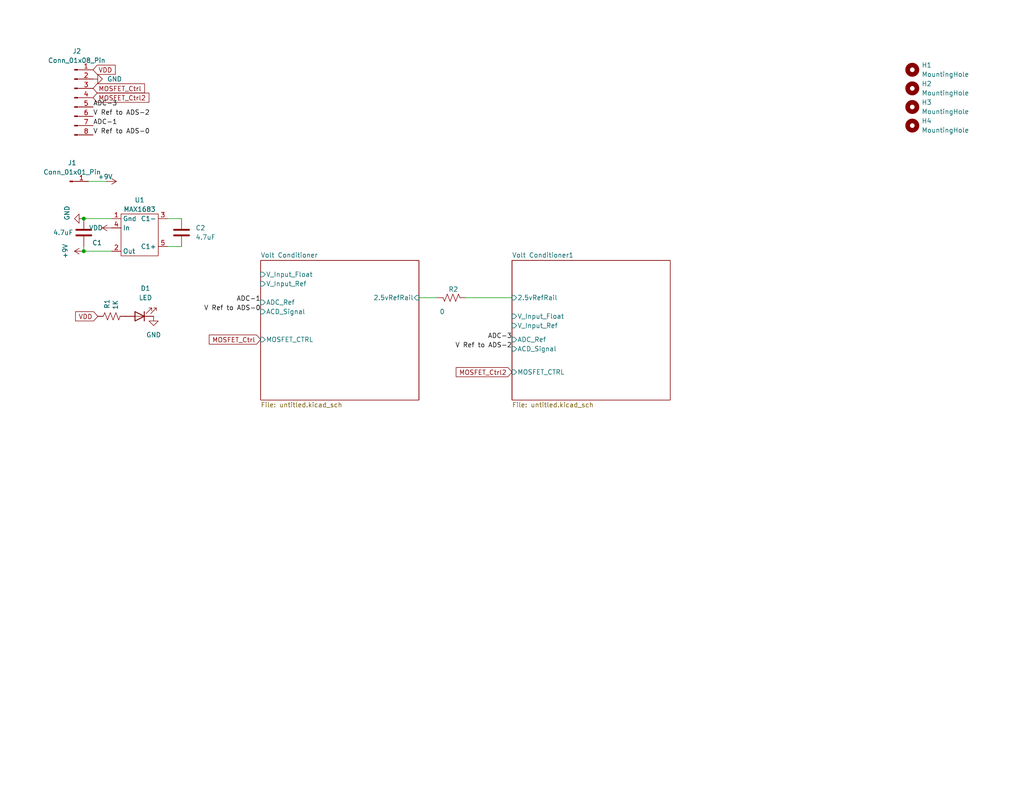
<source format=kicad_sch>
(kicad_sch (version 20250114) (generator "eeschema") (generator_version "9.0")
  (paper "USLetter")
  (title_block (title "Arduino Uno DMM Shield") (date "2025-02-22") (rev "1A") (company "Nick Mann"))
  (lib_symbols
    (symbol "Connector:Conn_01x01_Pin" (pin_names (offset 1.016) (hide yes))
      (property "Reference" "J" (at 0 2.54 0))
      (property "Value" "Conn_01x01_Pin" (at 0 -2.54 0))
      (symbol "Conn_01x01_Pin_1_1"
        (rectangle (start 0.8636 0.127) (end 0 -0.127) (stroke (width 0.1524)) (fill (type outline)))
        (polyline (pts (xy 1.27 0) (xy 0.8636 0)) (stroke (width 0.1524)))
        (pin passive line (at 5.08 0 180) (length 3.81) (name "Pin_1") (number "1"))
      )
    )
    (symbol "Connector:Conn_01x08_Pin" (pin_names (offset 1.016) (hide yes))
      (property "Reference" "J" (at 0 10.16 0))
      (property "Value" "Conn_01x08_Pin" (at 0 -12.7 0))
      (symbol "Conn_01x08_Pin_1_1"
        (rectangle (start 0.8636 7.747) (end 0 7.493) (stroke (width 0.1524)) (fill (type outline)))
        (rectangle (start 0.8636 5.207) (end 0 4.953) (stroke (width 0.1524)) (fill (type outline)))
        (rectangle (start 0.8636 2.667) (end 0 2.413) (stroke (width 0.1524)) (fill (type outline)))
        (rectangle (start 0.8636 0.127) (end 0 -0.127) (stroke (width 0.1524)) (fill (type outline)))
        (rectangle (start 0.8636 -2.413) (end 0 -2.667) (stroke (width 0.1524)) (fill (type outline)))
        (rectangle (start 0.8636 -4.953) (end 0 -5.207) (stroke (width 0.1524)) (fill (type outline)))
        (rectangle (start 0.8636 -7.493) (end 0 -7.747) (stroke (width 0.1524)) (fill (type outline)))
        (rectangle (start 0.8636 -10.033) (end 0 -10.287) (stroke (width 0.1524)) (fill (type outline)))
        (polyline (pts (xy 1.27 7.62) (xy 0.8636 7.62)) (stroke (width 0.1524)))
        (polyline (pts (xy 1.27 5.08) (xy 0.8636 5.08)) (stroke (width 0.1524)))
        (polyline (pts (xy 1.27 2.54) (xy 0.8636 2.54)) (stroke (width 0.1524)))
        (polyline (pts (xy 1.27 0) (xy 0.8636 0)) (stroke (width 0.1524)))
        (polyline (pts (xy 1.27 -2.54) (xy 0.8636 -2.54)) (stroke (width 0.1524)))
        (polyline (pts (xy 1.27 -5.08) (xy 0.8636 -5.08)) (stroke (width 0.1524)))
        (polyline (pts (xy 1.27 -7.62) (xy 0.8636 -7.62)) (stroke (width 0.1524)))
        (polyline (pts (xy 1.27 -10.16) (xy 0.8636 -10.16)) (stroke (width 0.1524)))
        (pin passive line (at 5.08 7.62 180) (length 3.81) (name "Pin_1") (number "1"))
        (pin passive line (at 5.08 5.08 180) (length 3.81) (name "Pin_2") (number "2"))
        (pin passive line (at 5.08 2.54 180) (length 3.81) (name "Pin_3") (number "3"))
        (pin passive line (at 5.08 0 180) (length 3.81) (name "Pin_4") (number "4"))
        (pin passive line (at 5.08 -2.54 180) (length 3.81) (name "Pin_5") (number "5"))
        (pin passive line (at 5.08 -5.08 180) (length 3.81) (name "Pin_6") (number "6"))
        (pin passive line (at 5.08 -7.62 180) (length 3.81) (name "Pin_7") (number "7"))
        (pin passive line (at 5.08 -10.16 180) (length 3.81) (name "Pin_8") (number "8"))
      )
    )
    (symbol "Device:C" (pin_numbers (hide yes)) (pin_names (offset 0.254))
      (property "Reference" "C" (at 0.635 2.54 0))
      (property "Value" "C" (at 0.635 -2.54 0))
      (symbol "C_0_1"
        (polyline (pts (xy -2.032 0.762) (xy 2.032 0.762)) (stroke (width 0.508)))
        (polyline (pts (xy -2.032 -0.762) (xy 2.032 -0.762)) (stroke (width 0.508)))
      )
      (symbol "C_1_1"
        (pin passive line (at 0 3.81 270) (length 2.794) (name "~") (number "1"))
        (pin passive line (at 0 -3.81 90) (length 2.794) (name "~") (number "2"))
      )
    )
    (symbol "Device:LED" (pin_numbers (hide yes)) (pin_names (offset 1.016) (hide yes))
      (property "Reference" "D" (at 0 2.54 0))
      (property "Value" "LED" (at 0 -2.54 0))
      (symbol "LED_0_1"
        (polyline (pts (xy -3.048 -0.762) (xy -4.572 -2.286) (xy -3.81 -2.286) (xy -4.572 -2.286) (xy -4.572 -1.524)))
        (polyline (pts (xy -1.778 -0.762) (xy -3.302 -2.286) (xy -2.54 -2.286) (xy -3.302 -2.286) (xy -3.302 -1.524)))
        (polyline (pts (xy -1.27 0) (xy 1.27 0)))
        (polyline (pts (xy -1.27 -1.27) (xy -1.27 1.27)) (stroke (width 0.254)))
        (polyline (pts (xy 1.27 -1.27) (xy 1.27 1.27) (xy -1.27 0) (xy 1.27 -1.27)) (stroke (width 0.254)))
      )
      (symbol "LED_1_1"
        (pin passive line (at -3.81 0 0) (length 2.54) (name "K") (number "1"))
        (pin passive line (at 3.81 0 180) (length 2.54) (name "A") (number "2"))
      )
    )
    (symbol "Device:R_US" (pin_numbers (hide yes)) (pin_names (offset 0))
      (property "Reference" "R" (at 2.54 0 90))
      (property "Value" "R_US" (at -2.54 0 90))
      (symbol "R_US_0_1"
        (polyline (pts (xy 0 2.286) (xy 0 2.54)))
        (polyline (pts (xy 0 2.286) (xy 1.016 1.905) (xy 0 1.524) (xy -1.016 1.143) (xy 0 0.762)))
        (polyline (pts (xy 0 0.762) (xy 1.016 0.381) (xy 0 0) (xy -1.016 -0.381) (xy 0 -0.762)))
        (polyline (pts (xy 0 -0.762) (xy 1.016 -1.143) (xy 0 -1.524) (xy -1.016 -1.905) (xy 0 -2.286)))
        (polyline (pts (xy 0 -2.286) (xy 0 -2.54)))
      )
      (symbol "R_US_1_1"
        (pin passive line (at 0 3.81 270) (length 1.27) (name "~") (number "1"))
        (pin passive line (at 0 -3.81 90) (length 1.27) (name "~") (number "2"))
      )
    )
    (symbol "MIC4801:MAX1683"
      (property "Reference" "U" (at 0 0 0))
      (symbol "MAX1683_0_1"
        (rectangle (start 1.27 6.35) (end 11.43 -5.08))
      )
      (symbol "MAX1683_1_1"
        (pin input line (at -1.27 5.08 0) (length 2.54) (name "Gnd") (number "1"))
        (pin input line (at -1.27 2.54 0) (length 2.54) (name "In") (number "4"))
        (pin output line (at -1.27 -3.81 0) (length 2.54) (name "Out") (number "2"))
        (pin output line (at 13.97 5.08 180) (length 2.54) (name "C1-") (number "3"))
        (pin output line (at 13.97 -2.54 180) (length 2.54) (name "C1+") (number "5"))
      )
    )
    (symbol "Mechanical:MountingHole" (pin_names (offset 1.016)) (in_bom no)
      (property "Reference" "H" (at 0 5.08 0))
      (property "Value" "MountingHole" (at 0 3.175 0))
      (symbol "MountingHole_0_1"
        (circle (center 0 0) (radius 1.27) (stroke (width 1.27)))
      )
    )
    (symbol "power:+5V" (power) (pin_names (offset 0))
      (property "Value" "+5V" (at 0 3.556 0))
      (symbol "+5V_0_1"
        (polyline (pts (xy -0.762 1.27) (xy 0 2.54)))
        (polyline (pts (xy 0 2.54) (xy 0.762 1.27)))
        (polyline (pts (xy 0 0) (xy 0 2.54)))
      )
      (symbol "+5V_1_1"
        (pin power_in line (at 0 0 90) (length 0) (hide yes) (name "+5V") (number "1"))
      )
    )
    (symbol "power:+9V" (power) (pin_numbers (hide yes)) (pin_names (offset 0) (hide yes))
      (property "Value" "+9V" (at 0 3.556 0))
      (symbol "+9V_0_1"
        (polyline (pts (xy -0.762 1.27) (xy 0 2.54)))
        (polyline (pts (xy 0 2.54) (xy 0.762 1.27)))
        (polyline (pts (xy 0 0) (xy 0 2.54)))
      )
      (symbol "+9V_1_1"
        (pin power_in line (at 0 0 90) (length 0) (name "~") (number "1"))
      )
    )
    (symbol "power:GND" (power) (pin_names (offset 0))
      (property "Value" "GND" (at 0 -3.81 0))
      (symbol "GND_0_1"
        (polyline (pts (xy 0 0) (xy 0 -1.27) (xy 1.27 -1.27) (xy 0 -2.54) (xy -1.27 -1.27) (xy 0 -1.27)))
      )
      (symbol "GND_1_1"
        (pin power_in line (at 0 0 270) (length 0) (hide yes) (name "GND") (number "1"))
      )
    )
  )
  (junction (at 22.86 68.58))
  (junction (at 22.86 59.69))
  (wire (pts (xy 22.86 59.69) (xy 30.48 59.69)))
  (wire (pts (xy 127 81.28) (xy 139.7 81.28)))
  (wire (pts (xy 114.3 81.28) (xy 119.38 81.28)))
  (wire (pts (xy 22.86 67.31) (xy 22.86 68.58)))
  (wire (pts (xy 45.72 59.69) (xy 49.53 59.69)))
  (wire (pts (xy 22.86 68.58) (xy 30.48 68.58)))
  (wire (pts (xy 45.72 67.31) (xy 49.53 67.31)))
  (wire (pts (xy 29.21 49.53) (xy 24.13 49.53)))
  (label "V Ref to ADS-2" (at 139.7 95.25 180))
  (label "ADC-1" (at 25.4 34.29 0))
  (label "ADC-3" (at 139.7 92.71 180))
  (label "V Ref to ADS-2" (at 25.4 31.75 0))
  (label "V Ref to ADS-0" (at 71.12 85.09 180))
  (label "ADC-1" (at 71.12 82.55 180))
  (label "V Ref to ADS-0" (at 25.4 36.83 0))
  (label "ADC-3" (at 25.4 29.21 0))
  (global_label "MOSFET_Ctrl" (shape input) (at 25.4 24.13 0) (property "Intersheetrefs" "${INTERSHEET_REFS}" (effects (hide yes))))
  (global_label "VDD" (shape input) (at 25.4 19.05 0) (property "Intersheetrefs" "${INTERSHEET_REFS}" (effects (hide yes))))
  (global_label "MOSFET_Ctrl" (shape input) (at 71.12 92.71 180) (property "Intersheetrefs" "${INTERSHEET_REFS}" (effects (hide yes))))
  (global_label "MOSFET_Ctrl2" (shape input) (at 25.4 26.67 0) (property "Intersheetrefs" "${INTERSHEET_REFS}" (effects (hide yes))))
  (global_label "VDD" (shape input) (at 26.67 86.36 180) (property "Intersheetrefs" "${INTERSHEET_REFS}" (effects (hide yes))))
  (global_label "MOSFET_Ctrl2" (shape input) (at 139.7 101.6 180) (property "Intersheetrefs" "${INTERSHEET_REFS}" (effects (hide yes))))
  (symbol (lib_id "Device:C") (at 22.86 63.5 0) (unit 1)
    (property "Reference" "C1" (at 25.146 66.294 0) (effects (justify left)))
    (property "Value" "4.7uF" (at 14.478 63.5 0) (effects (justify left)))
    (property "Footprint" "Capacitor_SMD:C_0805_2012Metric_Pad1.18x1.45mm_HandSolder" (effects (hide yes)))
    (property "Description" "Unpolarized capacitor" (effects (hide yes)))
    (property "Function" "Charge Pump" (effects (hide yes)))
  )
  (symbol (lib_id "power:+9V") (at 22.86 68.58 90) (unit 1)
    (property "Reference" "#PWR02" (effects (hide yes)))
    (property "Value" "+9V" (at 17.78 68.58 0))
    (property "Description" "Power symbol creates a global label with name \"+9V\"" (effects (hide yes)))
  )
  (symbol (lib_id "Device:R_US") (at 123.19 81.28 90) (mirror x) (unit 1)
    (property "Reference" "R2" (at 123.698 78.994 90))
    (property "Value" "0" (at 120.65 85.09 90))
    (property "Footprint" "Resistor_SMD:R_0805_2012Metric_Pad1.20x1.40mm_HandSolder" (effects (hide yes)))
    (property "Description" "Resistor, US symbol" (effects (hide yes)))
    (property "Function" "BJTCurrentLimit1" (effects (hide yes)))
  )
  (symbol (lib_id "power:+9V") (at 29.21 49.53 270) (unit 1)
    (property "Reference" "#PWR04" (effects (hide yes)))
    (property "Value" "+9V" (at 26.67 48.26 90) (effects (justify left)))
    (property "Description" "Power symbol creates a global label with name \"+9V\"" (effects (hide yes)))
  )
  (symbol (lib_id "power:+5V") (at 30.48 62.23 90) (unit 1)
    (property "Reference" "#PWR05" (effects (hide yes)))
    (property "Value" "VDD" (at 26.162 62.23 90))
  )
  (symbol (lib_id "power:GND") (at 25.4 21.59 90) (unit 1)
    (property "Reference" "#PWR03" (effects (hide yes)))
    (property "Value" "GND" (at 29.21 21.5899 90) (effects (justify right)))
    (property "Description" "Power symbol creates a global label with name \"GND\" , ground" (effects (hide yes)))
  )
  (symbol (lib_id "power:GND") (at 41.91 86.36 0) (unit 1)
    (property "Reference" "#PWR06" (effects (hide yes)))
    (property "Value" "GND" (at 41.91 91.44 0))
    (property "Description" "Power symbol creates a global label with name \"GND\" , ground" (effects (hide yes)))
  )
  (symbol (lib_id "power:GND") (at 22.86 59.69 270) (unit 1)
    (property "Reference" "#PWR01" (effects (hide yes)))
    (property "Value" "GND" (at 18.288 58.166 0))
    (property "Description" "Power symbol creates a global label with name \"GND\" , ground" (effects (hide yes)))
  )
  (symbol (lib_id "Mechanical:MountingHole") (at 248.92 29.21 0) (unit 1) (in_bom no)
    (property "Reference" "H3" (at 251.46 27.9399 0) (effects (justify left)))
    (property "Value" "MountingHole" (at 251.46 30.4799 0) (effects (justify left)))
    (property "Footprint" "MountingHole:MountingHole_3.2mm_M3_DIN965_Pad_TopBottom" (effects (hide yes)))
    (property "Description" "Mounting Hole without connection" (effects (hide yes)))
  )
  (symbol (lib_id "MIC4801:MAX1683") (at 31.75 64.77 0) (unit 1)
    (property "Reference" "U1" (at 38.1 54.61 0))
    (property "Value" "MAX1683" (at 38.1 57.15 0))
    (property "Footprint" "Package_TO_SOT_SMD:SOT-23-5_HandSoldering" (effects (hide yes)))
    (property "Datasheet" "https://www.analog.com/media/en/technical-documentation/data-sheets/MAX1682-MAX1683.pdf" (effects (hide yes)))
    (property "Description" "IC REG CHARGE PUMP 2VIN SOT23-5" (effects (hide yes)))
    (property "Function" "Voltage Doubler" (effects (hide yes)))
  )
  (symbol (lib_id "Mechanical:MountingHole") (at 248.92 34.29 0) (unit 1) (in_bom no)
    (property "Reference" "H4" (at 251.46 33.0199 0) (effects (justify left)))
    (property "Value" "MountingHole" (at 251.46 35.5599 0) (effects (justify left)))
    (property "Footprint" "MountingHole:MountingHole_3.2mm_M3_DIN965_Pad_TopBottom" (effects (hide yes)))
    (property "Description" "Mounting Hole without connection" (effects (hide yes)))
  )
  (symbol (lib_id "Device:LED") (at 38.1 86.36 180) (unit 1)
    (property "Reference" "D1" (at 39.6875 78.74 0))
    (property "Value" "LED" (at 39.6875 81.28 0))
    (property "Footprint" "LED_SMD:LED_0805_2012Metric_Pad1.15x1.40mm_HandSolder" (effects (hide yes)))
    (property "Description" "Light emitting diode" (effects (hide yes)))
    (property "Sim.Pins" "1=K 2=A" (effects (hide yes)))
  )
  (symbol (lib_id "Mechanical:MountingHole") (at 248.92 19.05 0) (unit 1) (in_bom no)
    (property "Reference" "H1" (at 251.46 17.7799 0) (effects (justify left)))
    (property "Value" "MountingHole" (at 251.46 20.3199 0) (effects (justify left)))
    (property "Footprint" "MountingHole:MountingHole_3.2mm_M3_DIN965_Pad_TopBottom" (effects (hide yes)))
    (property "Description" "Mounting Hole without connection" (effects (hide yes)))
  )
  (symbol (lib_id "Device:C") (at 49.53 63.5 0) (unit 1)
    (property "Reference" "C2" (at 53.34 62.2299 0) (effects (justify left)))
    (property "Value" "4.7uF" (at 53.34 64.7699 0) (effects (justify left)))
    (property "Footprint" "Capacitor_SMD:C_0805_2012Metric_Pad1.18x1.45mm_HandSolder" (effects (hide yes)))
    (property "Description" "Unpolarized capacitor" (effects (hide yes)))
    (property "Function" "Charge Pump" (effects (hide yes)))
  )
  (symbol (lib_id "Connector:Conn_01x08_Pin") (at 20.32 26.67 0) (unit 1)
    (property "Reference" "J2" (at 20.955 13.97 0))
    (property "Value" "Conn_01x08_Pin" (at 20.955 16.51 0))
    (property "Footprint" "Connector_PinHeader_2.54mm:PinHeader_1x08_P2.54mm_Vertical" (effects (hide yes)))
    (property "Description" "Generic connector, single row, 01x08, script generated" (effects (hide yes)))
  )
  (symbol (lib_id "Mechanical:MountingHole") (at 248.92 24.13 0) (unit 1) (in_bom no)
    (property "Reference" "H2" (at 251.46 22.8599 0) (effects (justify left)))
    (property "Value" "MountingHole" (at 251.46 25.3999 0) (effects (justify left)))
    (property "Footprint" "MountingHole:MountingHole_3.2mm_M3_DIN965_Pad_TopBottom" (effects (hide yes)))
    (property "Description" "Mounting Hole without connection" (effects (hide yes)))
  )
  (symbol (lib_id "Device:R_US") (at 30.48 86.36 90) (unit 1)
    (property "Reference" "R1" (at 29.21 84.328 0) (effects (justify left)))
    (property "Value" "1K" (at 31.496 84.582 0) (effects (justify left)))
    (property "Footprint" "Resistor_SMD:R_0805_2012Metric_Pad1.20x1.40mm_HandSolder" (effects (hide yes)))
    (property "Description" "Resistor, US symbol" (effects (hide yes)))
    (property "Function" "V Driver Pullup" (effects (hide yes)))
  )
  (symbol (lib_id "Connector:Conn_01x01_Pin") (at 19.05 49.53 0) (unit 1)
    (property "Reference" "J1" (at 19.685 44.45 0))
    (property "Value" "Conn_01x01_Pin" (at 19.685 46.99 0))
    (property "Footprint" "Connector_PinHeader_2.54mm:PinHeader_1x01_P2.54mm_Vertical" (effects (hide yes)))
    (property "Description" "Generic connector, single row, 01x01, script generated" (effects (hide yes)))
  )
  (sheet (at 71.12 71.12) (size 43.18 38.1) (stroke (width 0.1524))
    (property "Sheetname" "Volt Conditioner" (at 71.12 70.4084 0) (effects (justify left bottom)))
    (property "Sheetfile" "untitled.kicad_sch" (at 71.12 109.8046 0) (effects (justify left top)))
    (pin "2.5vRefRail" input (at 114.3 81.28 0))
    (pin "ACD_Signal" input (at 71.12 85.09 180))
    (pin "ADC_Ref" input (at 71.12 82.55 180))
    (pin "V_Input_Float" input (at 71.12 74.93 180))
    (pin "V_Input_Ref" input (at 71.12 77.47 180))
    (pin "MOSFET_CTRL" input (at 71.12 92.71 180))
  )
  (sheet (at 139.7 71.12) (size 43.18 38.1) (stroke (width 0.1524))
    (property "Sheetname" "Volt Conditioner1" (at 139.7 70.4084 0) (effects (justify left bottom)))
    (property "Sheetfile" "untitled.kicad_sch" (at 139.7 109.8046 0) (effects (justify left top)))
    (pin "2.5vRefRail" input (at 139.7 81.28 180))
    (pin "ACD_Signal" input (at 139.7 95.25 180))
    (pin "ADC_Ref" input (at 139.7 92.71 180))
    (pin "V_Input_Float" input (at 139.7 86.36 180))
    (pin "V_Input_Ref" input (at 139.7 88.9 180))
    (pin "MOSFET_CTRL" input (at 139.7 101.6 180))
  )
)
</source>
